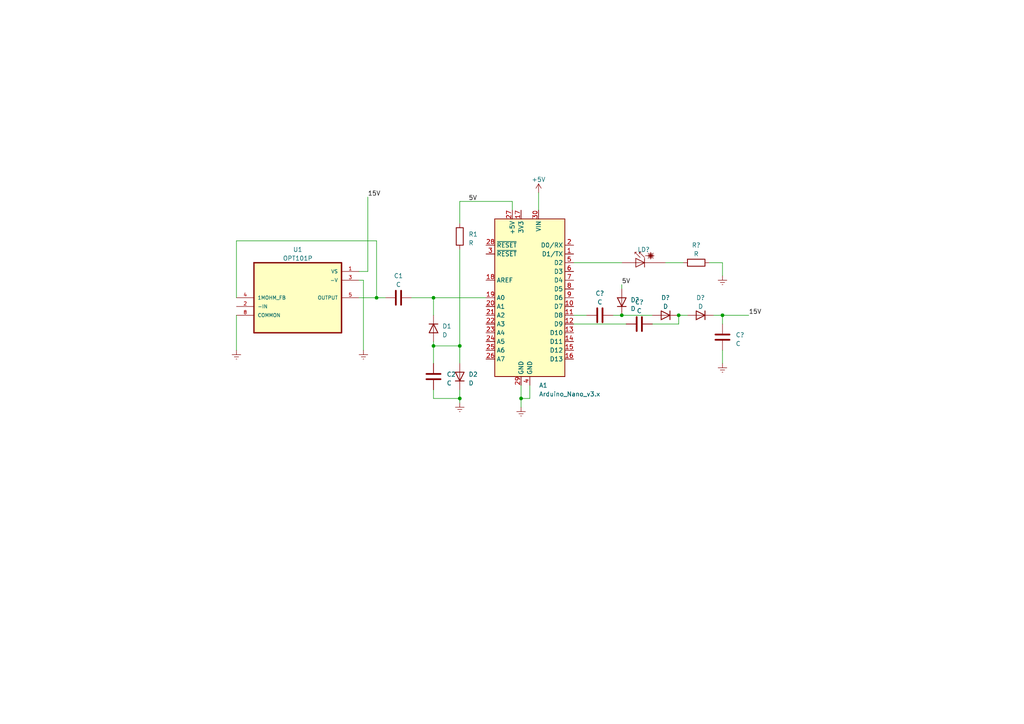
<source format=kicad_sch>
(kicad_sch (version 20220331) (generator eeschema)
  (paper "A4")
  (lib_symbols
    (symbol "Device:C" (pin_numbers hide) (pin_names (offset 0.254))
      (property "Reference" "C" (at 0.635 2.54 0))
      (property "Value" "C" (at 0.635 -2.54 0))
      (symbol "C_0_1"
        (polyline (pts (xy -2.032 -0.762) (xy 2.032 -0.762)) (stroke (width 0.508)))
        (polyline (pts (xy -2.032 0.762) (xy 2.032 0.762)) (stroke (width 0.508)))
      )
      (symbol "C_1_1"
        (pin passive line (at 0 3.81 270) (length 2.794) (name "~") (number "1"))
        (pin passive line (at 0 -3.81 90) (length 2.794) (name "~") (number "2"))
      )
    )
    (symbol "Device:D" (pin_numbers hide) (pin_names (offset 1.016) hide)
      (property "Reference" "D" (at 0 2.54 0))
      (property "Value" "D" (at 0 -2.54 0))
      (symbol "D_0_1"
        (polyline (pts (xy -1.27 1.27) (xy -1.27 -1.27)) (stroke (width 0.254)))
        (polyline (pts (xy 1.27 0) (xy -1.27 0)))
        (polyline (pts (xy 1.27 1.27) (xy 1.27 -1.27) (xy -1.27 0) (xy 1.27 1.27)) (stroke (width 0.254)))
      )
      (symbol "D_1_1"
        (pin passive line (at -3.81 0 0) (length 2.54) (name "K") (number "1"))
        (pin passive line (at 3.81 0 180) (length 2.54) (name "A") (number "2"))
      )
    )
    (symbol "Device:D_Laser_1A3C" (pin_numbers hide) (pin_names (offset 1.016) hide)
      (property "Reference" "LD" (at -1.27 4.445 0))
      (property "Value" "D_Laser_1A3C" (at -1.27 -2.54 0))
      (symbol "D_Laser_1A3C_0_1"
        (polyline (pts (xy -4.064 1.27) (xy -2.54 2.794)))
        (polyline (pts (xy -4.064 1.778) (xy -2.54 2.286)))
        (polyline (pts (xy -4.064 2.286) (xy -2.54 1.778)))
        (polyline (pts (xy -4.064 2.794) (xy -2.54 1.27)))
        (polyline (pts (xy -3.556 2.794) (xy -3.048 1.27)))
        (polyline (pts (xy -3.302 2.032) (xy -3.302 1.016)))
        (polyline (pts (xy -3.302 2.032) (xy -3.302 3.048)))
        (polyline (pts (xy -3.048 2.794) (xy -3.556 1.27)))
        (polyline (pts (xy -1.778 2.032) (xy -4.318 2.032)))
        (polyline (pts (xy -1.524 1.27) (xy -1.524 -1.27)) (stroke (width 0.2032)))
        (polyline (pts (xy 1.27 3.048) (xy 0.762 3.048)))
        (polyline (pts (xy 2.54 0) (xy -5.08 0)))
        (polyline (pts (xy -0.254 1.524) (xy 1.27 3.048) (xy 1.27 2.54)))
        (polyline (pts (xy 1.016 1.27) (xy 1.016 -1.27) (xy -1.524 0) (xy 1.016 1.27)) (stroke (width 0.2032)))
        (polyline (pts (xy -1.524 1.524) (xy 0 3.048) (xy 0 2.54) (xy 0 3.048) (xy -0.508 3.048)))
      )
      (symbol "D_Laser_1A3C_1_1"
        (pin passive line (at 5.08 0 180) (length 2.54) (name "A") (number "1"))
        (pin passive line (at -7.62 0 0) (length 2.54) (name "K") (number "3"))
      )
    )
    (symbol "Device:R" (pin_numbers hide) (pin_names (offset 0))
      (property "Reference" "R" (at 2.032 0 90))
      (property "Value" "R" (at 0 0 90))
      (symbol "R_0_1"
        (rectangle (start -1.016 -2.54) (end 1.016 2.54) (stroke (width 0.254)))
      )
      (symbol "R_1_1"
        (pin passive line (at 0 3.81 270) (length 1.27) (name "~") (number "1"))
        (pin passive line (at 0 -3.81 90) (length 1.27) (name "~") (number "2"))
      )
    )
    (symbol "MCU_Module:Arduino_Nano_v3.x"
      (property "Reference" "A" (at -10.16 23.495 0))
      (property "Value" "Arduino_Nano_v3.x" (at 5.08 -24.13 0))
      (symbol "Arduino_Nano_v3.x_0_1"
        (rectangle (start -10.16 22.86) (end 10.16 -22.86) (stroke (width 0.254)) (fill (type background)))
      )
      (symbol "Arduino_Nano_v3.x_1_1"
        (pin bidirectional line (at -12.7 12.7 0) (length 2.54) (name "D1/TX") (number "1"))
        (pin bidirectional line (at -12.7 -2.54 0) (length 2.54) (name "D7") (number "10"))
        (pin bidirectional line (at -12.7 -5.08 0) (length 2.54) (name "D8") (number "11"))
        (pin bidirectional line (at -12.7 -7.62 0) (length 2.54) (name "D9") (number "12"))
        (pin bidirectional line (at -12.7 -10.16 0) (length 2.54) (name "D10") (number "13"))
        (pin bidirectional line (at -12.7 -12.7 0) (length 2.54) (name "D11") (number "14"))
        (pin bidirectional line (at -12.7 -15.24 0) (length 2.54) (name "D12") (number "15"))
        (pin bidirectional line (at -12.7 -17.78 0) (length 2.54) (name "D13") (number "16"))
        (pin power_out line (at 2.54 25.4 270) (length 2.54) (name "3V3") (number "17"))
        (pin input line (at 12.7 5.08 180) (length 2.54) (name "AREF") (number "18"))
        (pin bidirectional line (at 12.7 0 180) (length 2.54) (name "A0") (number "19"))
        (pin bidirectional line (at -12.7 15.24 0) (length 2.54) (name "D0/RX") (number "2"))
        (pin bidirectional line (at 12.7 -2.54 180) (length 2.54) (name "A1") (number "20"))
        (pin bidirectional line (at 12.7 -5.08 180) (length 2.54) (name "A2") (number "21"))
        (pin bidirectional line (at 12.7 -7.62 180) (length 2.54) (name "A3") (number "22"))
        (pin bidirectional line (at 12.7 -10.16 180) (length 2.54) (name "A4") (number "23"))
        (pin bidirectional line (at 12.7 -12.7 180) (length 2.54) (name "A5") (number "24"))
        (pin bidirectional line (at 12.7 -15.24 180) (length 2.54) (name "A6") (number "25"))
        (pin bidirectional line (at 12.7 -17.78 180) (length 2.54) (name "A7") (number "26"))
        (pin power_out line (at 5.08 25.4 270) (length 2.54) (name "+5V") (number "27"))
        (pin input line (at 12.7 15.24 180) (length 2.54) (name "~{RESET}") (number "28"))
        (pin power_in line (at 2.54 -25.4 90) (length 2.54) (name "GND") (number "29"))
        (pin input line (at 12.7 12.7 180) (length 2.54) (name "~{RESET}") (number "3"))
        (pin power_in line (at -2.54 25.4 270) (length 2.54) (name "VIN") (number "30"))
        (pin power_in line (at 0 -25.4 90) (length 2.54) (name "GND") (number "4"))
        (pin bidirectional line (at -12.7 10.16 0) (length 2.54) (name "D2") (number "5"))
        (pin bidirectional line (at -12.7 7.62 0) (length 2.54) (name "D3") (number "6"))
        (pin bidirectional line (at -12.7 5.08 0) (length 2.54) (name "D4") (number "7"))
        (pin bidirectional line (at -12.7 2.54 0) (length 2.54) (name "D5") (number "8"))
        (pin bidirectional line (at -12.7 0 0) (length 2.54) (name "D6") (number "9"))
      )
    )
    (symbol "OPT101P:OPT101P" (pin_names (offset 1.016))
      (property "Reference" "U" (at -12.7 11.1506 0))
      (property "Value" "OPT101P" (at -12.7 -14.1478 0))
      (symbol "OPT101P_0_0"
        (rectangle (start -12.7 -10.16) (end 12.7 10.16) (stroke (width 0.4064)) (fill (type background)))
        (pin power_in line (at 17.78 7.62 180) (length 5.08) (name "VS") (number "1"))
        (pin input line (at -17.78 -2.54 0) (length 5.08) (name "-IN") (number "2"))
        (pin power_in line (at 17.78 5.08 180) (length 5.08) (name "-V") (number "3"))
        (pin input line (at -17.78 0 0) (length 5.08) (name "1MOHM_FB") (number "4"))
        (pin output line (at 17.78 0 180) (length 5.08) (name "OUTPUT") (number "5"))
        (pin input line (at -17.78 -5.08 0) (length 5.08) (name "COMMON") (number "8"))
      )
    )
    (symbol "power:+5V" (power) (pin_names (offset 0))
      (property "Value" "+5V" (at 0 3.556 0))
      (symbol "+5V_0_1"
        (polyline (pts (xy -0.762 1.27) (xy 0 2.54)))
        (polyline (pts (xy 0 0) (xy 0 2.54)))
        (polyline (pts (xy 0 2.54) (xy 0.762 1.27)))
      )
      (symbol "+5V_1_1"
        (pin power_in line (at 0 0 90) (length 0) hide (name "+5V") (number "1"))
      )
    )
    (symbol "power:GNDREF" (power) (pin_numbers hide) (pin_names (offset 0) hide)
      (property "Value" "GNDREF" (at 0 -3.81 0))
      (symbol "GNDREF_0_1"
        (polyline (pts (xy -0.635 -1.905) (xy 0.635 -1.905)))
        (polyline (pts (xy -0.127 -2.54) (xy 0.127 -2.54)))
        (polyline (pts (xy 0 -1.27) (xy 0 0)))
        (polyline (pts (xy 1.27 -1.27) (xy -1.27 -1.27)))
      )
      (symbol "GNDREF_1_1"
        (pin power_in line (at 0 0 270) (length 0) hide (name "GNDREF") (number "1"))
      )
    )
  )
  (junction (at 209.55 91.44))
  (junction (at 151.13 115.57))
  (junction (at 133.35 100.33))
  (junction (at 196.85 91.44))
  (junction (at 125.73 100.33))
  (junction (at 125.73 86.36))
  (junction (at 133.35 115.57))
  (junction (at 180.34 91.44))
  (junction (at 109.22 86.36))
  (wire (pts (xy 196.85 93.98) (xy 196.85 91.44)))
  (wire (pts (xy 125.73 91.44) (xy 125.73 86.36)))
  (wire (pts (xy 151.13 115.57) (xy 151.13 118.11)))
  (wire (pts (xy 209.55 76.2) (xy 209.55 80.01)))
  (wire (pts (xy 68.58 69.85) (xy 109.22 69.85)))
  (wire (pts (xy 196.85 91.44) (xy 199.39 91.44)))
  (wire (pts (xy 105.41 81.28) (xy 104.14 81.28)))
  (wire (pts (xy 209.55 101.6) (xy 209.55 105.41)))
  (wire (pts (xy 125.73 86.36) (xy 140.97 86.36)))
  (wire (pts (xy 133.35 58.42) (xy 148.59 58.42)))
  (wire (pts (xy 156.21 55.88) (xy 156.21 60.96)))
  (wire (pts (xy 133.35 105.41) (xy 133.35 100.33)))
  (wire (pts (xy 106.68 78.74) (xy 106.68 57.15)))
  (wire (pts (xy 209.55 91.44) (xy 217.17 91.44)))
  (wire (pts (xy 166.37 93.98) (xy 181.61 93.98)))
  (wire (pts (xy 111.76 86.36) (xy 109.22 86.36)))
  (wire (pts (xy 153.67 115.57) (xy 151.13 115.57)))
  (wire (pts (xy 148.59 58.42) (xy 148.59 60.96)))
  (wire (pts (xy 153.67 111.76) (xy 153.67 115.57)))
  (wire (pts (xy 125.73 113.03) (xy 125.73 115.57)))
  (wire (pts (xy 68.58 91.44) (xy 68.58 101.6)))
  (wire (pts (xy 205.74 76.2) (xy 209.55 76.2)))
  (wire (pts (xy 177.8 91.44) (xy 180.34 91.44)))
  (wire (pts (xy 151.13 111.76) (xy 151.13 115.57)))
  (wire (pts (xy 125.73 86.36) (xy 119.38 86.36)))
  (wire (pts (xy 68.58 86.36) (xy 68.58 69.85)))
  (wire (pts (xy 209.55 91.44) (xy 209.55 93.98)))
  (wire (pts (xy 180.34 82.55) (xy 180.34 83.82)))
  (wire (pts (xy 125.73 105.41) (xy 125.73 100.33)))
  (wire (pts (xy 180.34 91.44) (xy 189.23 91.44)))
  (wire (pts (xy 125.73 100.33) (xy 133.35 100.33)))
  (wire (pts (xy 189.23 93.98) (xy 196.85 93.98)))
  (wire (pts (xy 133.35 113.03) (xy 133.35 115.57)))
  (wire (pts (xy 125.73 99.06) (xy 125.73 100.33)))
  (wire (pts (xy 125.73 115.57) (xy 133.35 115.57)))
  (wire (pts (xy 133.35 115.57) (xy 133.35 116.84)))
  (wire (pts (xy 180.34 76.2) (xy 166.37 76.2)))
  (wire (pts (xy 104.14 78.74) (xy 106.68 78.74)))
  (wire (pts (xy 133.35 100.33) (xy 133.35 72.39)))
  (wire (pts (xy 109.22 86.36) (xy 104.14 86.36)))
  (wire (pts (xy 133.35 64.77) (xy 133.35 58.42)))
  (wire (pts (xy 166.37 91.44) (xy 170.18 91.44)))
  (wire (pts (xy 109.22 69.85) (xy 109.22 86.36)))
  (wire (pts (xy 207.01 91.44) (xy 209.55 91.44)))
  (wire (pts (xy 193.04 76.2) (xy 198.12 76.2)))
  (wire (pts (xy 105.41 101.6) (xy 105.41 81.28)))
  (label "15V" (at 106.68 57.15 0))
  (label "15V" (at 217.17 91.44 0))
  (label "5V" (at 135.89 58.42 0))
  (label "5V" (at 180.34 82.55 0))
  (symbol (lib_id "power:GNDREF") (at 209.55 105.41 0) (unit 1)
    (property "Reference" "#PWR?" (effects hide))
    (property "Value" "GNDREF" (effects hide))
  )
  (symbol (lib_id "Device:C") (at 209.55 97.79 0) (unit 1)
    (property "Reference" "C?" (at 213.36 97.155 0) (effects (justify left)))
    (property "Value" "C" (at 213.36 99.695 0) (effects (justify left)))
  )
  (symbol (lib_id "power:GNDREF") (at 209.55 80.01 0) (unit 1)
    (property "Reference" "#PWR?" (effects hide))
    (property "Value" "GNDREF" (effects hide))
  )
  (symbol (lib_id "Device:D") (at 180.34 87.63 90) (unit 1)
    (property "Reference" "D?" (at 182.88 86.995 90) (effects (justify right)))
    (property "Value" "D" (at 182.88 89.535 90) (effects (justify right)))
  )
  (symbol (lib_id "OPT101P:OPT101P") (at 86.36 86.36 0) (unit 1)
    (property "Reference" "U1" (at 86.36 72.39 0))
    (property "Value" "OPT101P" (at 86.36 74.93 0))
    (property "Footprint" "DIP762W46P254L952H419Q8" (effects hide))
  )
  (symbol (lib_id "Device:D") (at 125.73 95.25 270) (unit 1)
    (property "Reference" "D1" (at 128.27 94.615 90) (effects (justify left)))
    (property "Value" "D" (at 128.27 97.155 90) (effects (justify left)))
  )
  (symbol (lib_id "power:GNDREF") (at 105.41 101.6 0) (unit 1)
    (property "Reference" "#PWR02" (effects hide))
    (property "Value" "GNDREF" (effects hide))
  )
  (symbol (lib_id "Device:D") (at 133.35 109.22 90) (unit 1)
    (property "Reference" "D2" (at 135.89 108.585 90) (effects (justify right)))
    (property "Value" "D" (at 135.89 111.125 90) (effects (justify right)))
  )
  (symbol (lib_id "power:GNDREF") (at 68.58 101.6 0) (unit 1)
    (property "Reference" "#PWR01" (effects hide))
    (property "Value" "GNDREF" (effects hide))
  )
  (symbol (lib_id "Device:R") (at 201.93 76.2 90) (unit 1)
    (property "Reference" "R?" (at 201.93 71.12 90))
    (property "Value" "R" (at 201.93 73.66 90))
  )
  (symbol (lib_id "MCU_Module:Arduino_Nano_v3.x") (at 153.67 86.36 0) (mirror y) (unit 1)
    (property "Reference" "A1" (at 156.3117 111.76 0) (effects (justify right)))
    (property "Value" "Arduino_Nano_v3.x" (at 156.3117 114.3 0) (effects (justify right)))
    (property "Footprint" "Module:Arduino_Nano" (effects hide))
    (property "Datasheet" "http://www.mouser.com/pdfdocs/Gravitech_Arduino_Nano3_0.pdf" (effects hide))
  )
  (symbol (lib_id "Device:C") (at 125.73 109.22 0) (unit 1)
    (property "Reference" "C2" (at 129.54 108.585 0) (effects (justify left)))
    (property "Value" "C" (at 129.54 111.125 0) (effects (justify left)))
  )
  (symbol (lib_id "Device:C") (at 185.42 93.98 270) (mirror x) (unit 1)
    (property "Reference" "C?" (at 185.42 87.63 90))
    (property "Value" "C" (at 185.42 90.17 90))
  )
  (symbol (lib_id "Device:D") (at 203.2 91.44 180) (unit 1)
    (property "Reference" "D?" (at 203.2 86.36 0))
    (property "Value" "D" (at 203.2 88.9 0))
  )
  (symbol (lib_id "Device:C") (at 173.99 91.44 90) (unit 1)
    (property "Reference" "C?" (at 173.99 85.09 90))
    (property "Value" "C" (at 173.99 87.63 90))
  )
  (symbol (lib_id "power:+5V") (at 156.21 55.88 0) (unit 1)
    (property "Reference" "#PWR06" (effects hide))
    (property "Value" "+5V" (at 156.21 52.07 0))
  )
  (symbol (lib_id "power:GNDREF") (at 133.35 116.84 0) (unit 1)
    (property "Reference" "#PWR04" (effects hide))
    (property "Value" "GNDREF" (effects hide))
  )
  (symbol (lib_id "Device:C") (at 115.57 86.36 90) (unit 1)
    (property "Reference" "C1" (at 115.57 80.01 90))
    (property "Value" "C" (at 115.57 82.55 90))
  )
  (symbol (lib_id "Device:R") (at 133.35 68.58 0) (unit 1)
    (property "Reference" "R1" (at 135.89 67.945 0) (effects (justify left)))
    (property "Value" "R" (at 135.89 70.485 0) (effects (justify left)))
  )
  (symbol (lib_id "Device:D_Laser_1A3C") (at 185.42 76.2 0) (mirror y) (unit 1)
    (property "Reference" "LD?" (at 186.69 72.39 0))
    (property "Value" "D_Laser_1A3C" (effects hide))
  )
  (symbol (lib_id "Device:D") (at 193.04 91.44 180) (unit 1)
    (property "Reference" "D?" (at 193.04 86.36 0))
    (property "Value" "D" (at 193.04 88.9 0))
  )
  (symbol (lib_id "power:GNDREF") (at 151.13 118.11 0) (unit 1)
    (property "Reference" "#PWR05" (effects hide))
    (property "Value" "GNDREF" (effects hide))
  )
)
</source>
